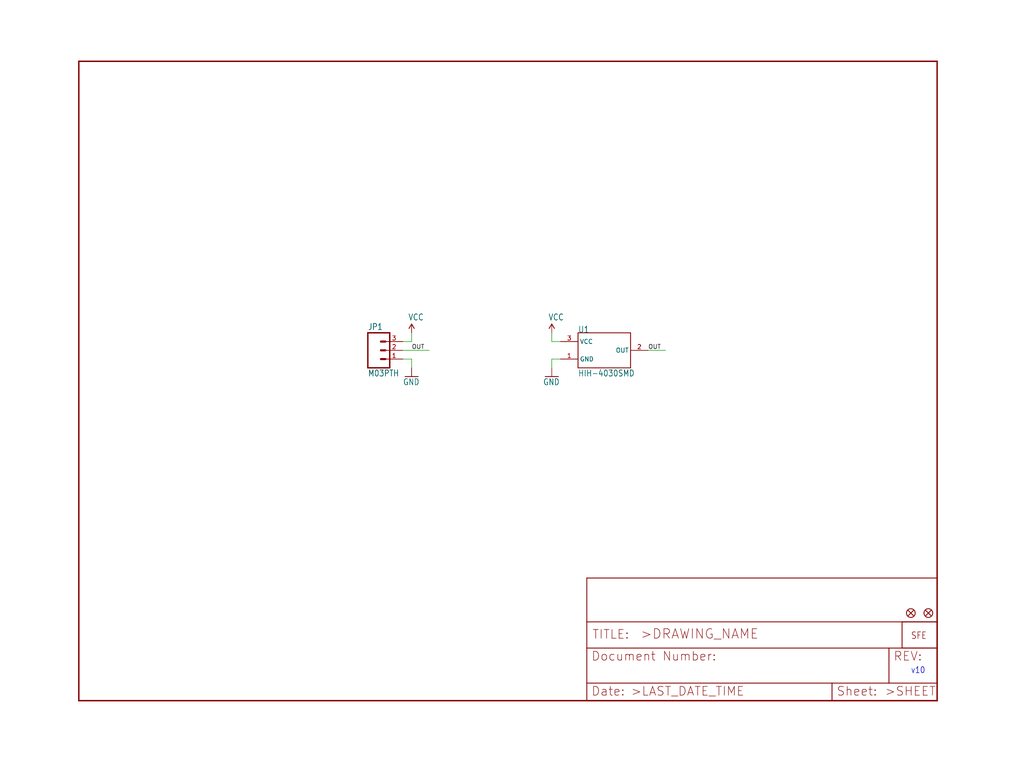
<source format=kicad_sch>
(kicad_sch (version 20211123) (generator eeschema)
  (paper "User" 297.002 223.926)
  (lib_symbols
    (symbol "eagleSchem-eagle-import:FIDUCIALUFIDUCIAL"
      (symbol "FIDUCIALUFIDUCIAL_1_0"
        (polyline (pts (xy -0.762 0.762) (xy 0.762 -0.762)) (stroke (width 0.254)))
        (polyline (pts (xy 0.762 0.762) (xy -0.762 -0.762)) (stroke (width 0.254)))
        (circle (center 0 0) (radius 1.27) (stroke (width 0.254)))
      )
    )
    (symbol "eagleSchem-eagle-import:FRAME-LETTER"
      (symbol "FRAME-LETTER_1_0"
        (polyline (pts (xy 0 0) (xy 248.92 0)) (stroke (width 0.4064)))
        (polyline (pts (xy 0 185.42) (xy 0 0)) (stroke (width 0.4064)))
        (polyline (pts (xy 0 185.42) (xy 248.92 185.42)) (stroke (width 0.4064)))
        (polyline (pts (xy 248.92 185.42) (xy 248.92 0)) (stroke (width 0.4064)))
      )
      (symbol "FRAME-LETTER_2_0"
        (polyline (pts (xy 0 0) (xy 0 5.08)) (stroke (width 0.254)))
        (polyline (pts (xy 0 0) (xy 71.12 0)) (stroke (width 0.254)))
        (polyline (pts (xy 0 5.08) (xy 0 15.24)) (stroke (width 0.254)))
        (polyline (pts (xy 0 5.08) (xy 71.12 5.08)) (stroke (width 0.254)))
        (polyline (pts (xy 0 15.24) (xy 0 22.86)) (stroke (width 0.254)))
        (polyline (pts (xy 0 22.86) (xy 0 35.56)) (stroke (width 0.254)))
        (polyline (pts (xy 0 22.86) (xy 101.6 22.86)) (stroke (width 0.254)))
        (polyline (pts (xy 71.12 0) (xy 101.6 0)) (stroke (width 0.254)))
        (polyline (pts (xy 71.12 5.08) (xy 71.12 0)) (stroke (width 0.254)))
        (polyline (pts (xy 71.12 5.08) (xy 87.63 5.08)) (stroke (width 0.254)))
        (polyline (pts (xy 87.63 5.08) (xy 101.6 5.08)) (stroke (width 0.254)))
        (polyline (pts (xy 87.63 15.24) (xy 0 15.24)) (stroke (width 0.254)))
        (polyline (pts (xy 87.63 15.24) (xy 87.63 5.08)) (stroke (width 0.254)))
        (polyline (pts (xy 101.6 5.08) (xy 101.6 0)) (stroke (width 0.254)))
        (polyline (pts (xy 101.6 15.24) (xy 87.63 15.24)) (stroke (width 0.254)))
        (polyline (pts (xy 101.6 15.24) (xy 101.6 5.08)) (stroke (width 0.254)))
        (polyline (pts (xy 101.6 22.86) (xy 101.6 15.24)) (stroke (width 0.254)))
        (polyline (pts (xy 101.6 35.56) (xy 0 35.56)) (stroke (width 0.254)))
        (polyline (pts (xy 101.6 35.56) (xy 101.6 22.86)) (stroke (width 0.254)))
        (text ">DRAWING_NAME" (at 15.494 17.78 0) (effects (font (size 2.7432 2.7432)) (justify left bottom)))
        (text ">LAST_DATE_TIME" (at 12.7 1.27 0) (effects (font (size 2.54 2.54)) (justify left bottom)))
        (text ">SHEET" (at 86.36 1.27 0) (effects (font (size 2.54 2.54)) (justify left bottom)))
        (text "Date:" (at 1.27 1.27 0) (effects (font (size 2.54 2.54)) (justify left bottom)))
        (text "Document Number:" (at 1.27 11.43 0) (effects (font (size 2.54 2.54)) (justify left bottom)))
        (text "REV:" (at 88.9 11.43 0) (effects (font (size 2.54 2.54)) (justify left bottom)))
        (text "Sheet:" (at 72.39 1.27 0) (effects (font (size 2.54 2.54)) (justify left bottom)))
        (text "TITLE:" (at 1.524 17.78 0) (effects (font (size 2.54 2.54)) (justify left bottom)))
      )
    )
    (symbol "eagleSchem-eagle-import:GND" (power)
      (property "Value" "GND" (at -2.54 -2.54 0))
      (symbol "GND_1_0"
        (polyline (pts (xy -1.905 0) (xy 1.905 0)) (stroke (width 0.254)))
        (pin power_in line (at 0 2.54 270) (length 2.54) (name "GND") (number "1"))
      )
    )
    (symbol "eagleSchem-eagle-import:HIH-4030SMD"
      (property "Reference" "U" (at -7.62 5.08 0))
      (property "Value" "HIH-4030SMD" (at -7.62 -7.62 0))
      (symbol "HIH-4030SMD_1_0"
        (polyline (pts (xy -7.62 -5.08) (xy 7.62 -5.08)) (stroke (width 0.254)))
        (polyline (pts (xy -7.62 5.08) (xy -7.62 -5.08)) (stroke (width 0.254)))
        (polyline (pts (xy 7.62 -5.08) (xy 7.62 5.08)) (stroke (width 0.254)))
        (polyline (pts (xy 7.62 5.08) (xy -7.62 5.08)) (stroke (width 0.254)))
        (pin bidirectional line (at -12.7 -2.54 0) (length 5.08) (name "GND") (number "1"))
        (pin bidirectional line (at 12.7 0 180) (length 5.08) (name "OUT") (number "2"))
        (pin bidirectional line (at -12.7 2.54 0) (length 5.08) (name "VCC") (number "3"))
      )
    )
    (symbol "eagleSchem-eagle-import:LOGO-SFESK"
      (symbol "LOGO-SFESK_1_0"
        (polyline (pts (xy -2.54 -2.54) (xy 7.62 -2.54)) (stroke (width 0.254)))
        (polyline (pts (xy -2.54 5.08) (xy -2.54 -2.54)) (stroke (width 0.254)))
        (polyline (pts (xy 7.62 -2.54) (xy 7.62 5.08)) (stroke (width 0.254)))
        (polyline (pts (xy 7.62 5.08) (xy -2.54 5.08)) (stroke (width 0.254)))
        (text "SFE" (at 0 0 0) (effects (font (size 1.9304 1.6408)) (justify left bottom)))
      )
    )
    (symbol "eagleSchem-eagle-import:M03PTH"
      (property "Reference" "JP" (at -2.54 5.842 0))
      (property "Value" "M03PTH" (at -2.54 -7.62 0))
      (symbol "M03PTH_1_0"
        (polyline (pts (xy -2.54 5.08) (xy -2.54 -5.08)) (stroke (width 0.4064)))
        (polyline (pts (xy -2.54 5.08) (xy 3.81 5.08)) (stroke (width 0.4064)))
        (polyline (pts (xy 1.27 -2.54) (xy 2.54 -2.54)) (stroke (width 0.6096)))
        (polyline (pts (xy 1.27 0) (xy 2.54 0)) (stroke (width 0.6096)))
        (polyline (pts (xy 1.27 2.54) (xy 2.54 2.54)) (stroke (width 0.6096)))
        (polyline (pts (xy 3.81 -5.08) (xy -2.54 -5.08)) (stroke (width 0.4064)))
        (polyline (pts (xy 3.81 -5.08) (xy 3.81 5.08)) (stroke (width 0.4064)))
        (pin passive line (at 7.62 -2.54 180) (length 5.08) (name "1") (number "1"))
        (pin passive line (at 7.62 0 180) (length 5.08) (name "2") (number "2"))
        (pin passive line (at 7.62 2.54 180) (length 5.08) (name "3") (number "3"))
      )
    )
    (symbol "eagleSchem-eagle-import:VCC" (power)
      (property "Value" "VCC" (at -1.016 3.556 0))
      (symbol "VCC_1_0"
        (polyline (pts (xy 0 2.54) (xy -0.762 1.27)) (stroke (width 0.254)))
        (polyline (pts (xy 0.762 1.27) (xy 0 2.54)) (stroke (width 0.254)))
        (pin power_in line (at 0 0 90) (length 2.54) (name "VCC") (number "1"))
      )
    )
  )
  (wire (pts (xy 162.56 99.06) (xy 160.02 99.06)))
  (wire (pts (xy 119.38 104.14) (xy 119.38 106.68)))
  (wire (pts (xy 160.02 99.06) (xy 160.02 96.52)))
  (wire (pts (xy 116.84 99.06) (xy 119.38 99.06)))
  (wire (pts (xy 187.96 101.6) (xy 193.04 101.6)))
  (wire (pts (xy 116.84 104.14) (xy 119.38 104.14)))
  (wire (pts (xy 119.38 99.06) (xy 119.38 96.52)))
  (wire (pts (xy 116.84 101.6) (xy 124.46 101.6)))
  (wire (pts (xy 162.56 104.14) (xy 160.02 104.14)))
  (wire (pts (xy 160.02 104.14) (xy 160.02 106.68)))
  (text "v10" (at 264.16 195.58 180) (effects (font (size 1.778 1.5113)) (justify left bottom)))
  (label "OUT" (at 119.38 101.6 0) (effects (font (size 1.2446 1.2446))))
  (label "OUT" (at 187.96 101.6 0) (effects (font (size 1.2446 1.2446))))
  (symbol (lib_id "eagleSchem-eagle-import:VCC") (at 119.38 96.52 0) (unit 1)
    (property "Reference" "#P+2" (effects hide))
    (property "Value" "VCC" (at 118.364 92.964 0) (effects (font (size 1.778 1.5113)) (justify left bottom)))
    (property "Footprint" "eagleSchem:" (effects hide))
  )
  (symbol (lib_id "eagleSchem-eagle-import:VCC") (at 160.02 96.52 0) (unit 1)
    (property "Reference" "#P+1" (effects hide))
    (property "Value" "VCC" (at 159.004 92.964 0) (effects (font (size 1.778 1.5113)) (justify left bottom)))
    (property "Footprint" "eagleSchem:" (effects hide))
  )
  (symbol (lib_id "eagleSchem-eagle-import:FIDUCIALUFIDUCIAL") (at 269.24 177.8 0) (unit 1)
    (property "Reference" "FID1" (effects hide))
    (property "Value" "FIDUCIALUFIDUCIAL" (effects hide))
    (property "Footprint" "eagleSchem:MICRO-FIDUCIAL" (effects hide))
  )
  (symbol (lib_id "eagleSchem-eagle-import:GND") (at 119.38 109.22 0) (unit 1)
    (property "Reference" "#GND2" (effects hide))
    (property "Value" "GND" (at 116.84 111.76 0) (effects (font (size 1.778 1.5113)) (justify left bottom)))
    (property "Footprint" "eagleSchem:" (effects hide))
  )
  (symbol (lib_id "eagleSchem-eagle-import:HIH-4030SMD") (at 175.26 101.6 0) (unit 1)
    (property "Reference" "U1" (at 167.64 96.52 0) (effects (font (size 1.778 1.5113)) (justify left bottom)))
    (property "Value" "HIH-4030SMD" (at 167.64 109.22 0) (effects (font (size 1.778 1.5113)) (justify left bottom)))
    (property "Footprint" "eagleSchem:HIH-4030" (effects hide))
  )
  (symbol (lib_id "eagleSchem-eagle-import:FRAME-LETTER") (at 22.86 203.2 0) (unit 1)
    (property "Reference" "#FRAME1" (effects hide))
    (property "Value" "FRAME-LETTER" (effects hide))
    (property "Footprint" "eagleSchem:" (effects hide))
  )
  (symbol (lib_id "eagleSchem-eagle-import:FIDUCIALUFIDUCIAL") (at 264.16 177.8 0) (unit 1)
    (property "Reference" "FID2" (effects hide))
    (property "Value" "FIDUCIALUFIDUCIAL" (effects hide))
    (property "Footprint" "eagleSchem:MICRO-FIDUCIAL" (effects hide))
  )
  (symbol (lib_id "eagleSchem-eagle-import:LOGO-SFESK") (at 264.16 185.42 0) (unit 1)
    (property "Reference" "JP2" (effects hide))
    (property "Value" "LOGO-SFESK" (effects hide))
    (property "Footprint" "eagleSchem:SFE-LOGO-FLAME" (effects hide))
  )
  (symbol (lib_id "eagleSchem-eagle-import:M03PTH") (at 109.22 101.6 0) (unit 1)
    (property "Reference" "JP1" (at 106.68 95.758 0) (effects (font (size 1.778 1.5113)) (justify left bottom)))
    (property "Value" "M03PTH" (at 106.68 109.22 0) (effects (font (size 1.778 1.5113)) (justify left bottom)))
    (property "Footprint" "eagleSchem:1X03" (effects hide))
  )
  (symbol (lib_id "eagleSchem-eagle-import:GND") (at 160.02 109.22 0) (unit 1)
    (property "Reference" "#GND1" (effects hide))
    (property "Value" "GND" (at 157.48 111.76 0) (effects (font (size 1.778 1.5113)) (justify left bottom)))
    (property "Footprint" "eagleSchem:" (effects hide))
  )
  (symbol (lib_id "eagleSchem-eagle-import:FRAME-LETTER") (at 170.18 203.2 0) (unit 2)
    (property "Reference" "#FRAME1" (effects hide))
    (property "Value" "FRAME-LETTER" (effects hide))
    (property "Footprint" "eagleSchem:" (effects hide))
  )
)
</source>
